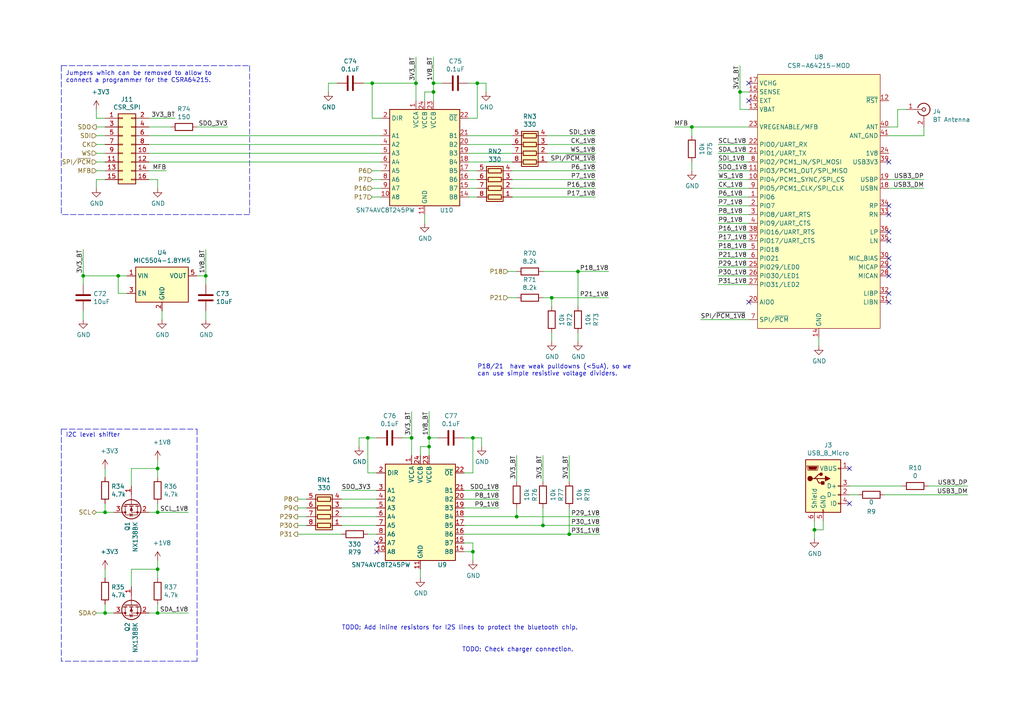
<source format=kicad_sch>
(kicad_sch (version 20201015) (generator eeschema)
  (page 1 7)
  (paper "A4")
  (lib_symbols
    (symbol "Connector:Conn_Coaxial" (pin_names (offset 1.016) hide)
      (property "Reference" "J" (at 0.254 3.048 0))
      (property "Value" "Conn_Coaxial" (at 2.921 0 90))
      (symbol "Conn_Coaxial_0_1"
        (arc (start -1.778 0.508) (end 1.778 0) (radius (at -0.0508 0) (length 1.8034) (angles 163.6 0)) (stroke (width 0.254)))
        (arc (start 1.778 0) (end -1.778 -0.508) (radius (at -0.0254 0) (length 1.8034) (angles 0 -163.8)) (stroke (width 0.254)))
        (circle (center 0 0) (radius 0.508) (stroke (width 0.2032)))
        (polyline (pts (xy -2.54 0) (xy -0.508 0)))
        (polyline (pts (xy 0 -2.54) (xy 0 -1.778)))
      )
      (symbol "Conn_Coaxial_1_1"
        (pin passive line (at -5.08 0 0) (length 2.54) (name "In") (number "1"))
        (pin passive line (at 0 -5.08 90) (length 2.54) (name "Ext") (number "2"))
      )
    )
    (symbol "Connector:USB_B_Micro" (pin_names (offset 1.016))
      (property "Reference" "J" (at -5.08 11.43 0))
      (property "Value" "USB_B_Micro" (at -5.08 8.89 0))
      (symbol "USB_B_Micro_0_1"
        (circle (center -3.81 2.159) (radius 0.635) (stroke (width 0.254)) (fill (type outline)))
        (circle (center -0.635 3.429) (radius 0.381) (stroke (width 0.254)) (fill (type outline)))
        (rectangle (start -5.08 -7.62) (end 5.08 7.62) (stroke (width 0.254)) (fill (type background)))
        (rectangle (start -0.127 -7.62) (end 0.127 -6.858))
        (rectangle (start 0.254 1.27) (end -0.508 0.508) (stroke (width 0.254)) (fill (type outline)))
        (rectangle (start 5.08 -5.207) (end 4.318 -4.953))
        (rectangle (start 5.08 -2.667) (end 4.318 -2.413))
        (rectangle (start 5.08 -0.127) (end 4.318 0.127))
        (rectangle (start 5.08 4.953) (end 4.318 5.207))
        (polyline (pts (xy -1.905 2.159) (xy 0.635 2.159)) (stroke (width 0.254)))
        (polyline (pts (xy -3.175 2.159) (xy -2.54 2.159) (xy -1.27 3.429) (xy -0.635 3.429)) (stroke (width 0.254)))
        (polyline (pts (xy -2.54 2.159) (xy -1.905 2.159) (xy -1.27 0.889) (xy 0 0.889)) (stroke (width 0.254)))
        (polyline (pts (xy 0.635 2.794) (xy 0.635 1.524) (xy 1.905 2.159) (xy 0.635 2.794)) (stroke (width 0.254)) (fill (type outline)))
        (polyline (pts (xy -4.318 5.588) (xy -1.778 5.588) (xy -2.032 4.826) (xy -4.064 4.826) (xy -4.318 5.588)) (fill (type outline)))
        (polyline (pts (xy -4.699 5.842) (xy -4.699 5.588) (xy -4.445 4.826) (xy -4.445 4.572) (xy -1.651 4.572) (xy -1.651 4.826) (xy -1.397 5.588) (xy -1.397 5.842) (xy -4.699 5.842)))
      )
      (symbol "USB_B_Micro_1_1"
        (pin power_out line (at 7.62 5.08 180) (length 2.54) (name "VBUS") (number "1"))
        (pin bidirectional line (at 7.62 -2.54 180) (length 2.54) (name "D-") (number "2"))
        (pin bidirectional line (at 7.62 0 180) (length 2.54) (name "D+") (number "3"))
        (pin passive line (at 7.62 -5.08 180) (length 2.54) (name "ID") (number "4"))
        (pin power_out line (at 0 -10.16 90) (length 2.54) (name "GND") (number "5"))
        (pin passive line (at -2.54 -10.16 90) (length 2.54) (name "Shield") (number "6"))
      )
    )
    (symbol "Connector_Generic:Conn_02x08_Odd_Even" (pin_names (offset 1.016) hide)
      (property "Reference" "J" (at 1.27 10.16 0))
      (property "Value" "Conn_02x08_Odd_Even" (at 1.27 -12.7 0))
      (symbol "Conn_02x08_Odd_Even_1_1"
        (rectangle (start -1.27 -4.953) (end 0 -5.207) (stroke (width 0.1524)))
        (rectangle (start -1.27 -7.493) (end 0 -7.747) (stroke (width 0.1524)))
        (rectangle (start -1.27 -10.033) (end 0 -10.287) (stroke (width 0.1524)))
        (rectangle (start -1.27 -2.413) (end 0 -2.667) (stroke (width 0.1524)))
        (rectangle (start -1.27 2.667) (end 0 2.413) (stroke (width 0.1524)))
        (rectangle (start -1.27 5.207) (end 0 4.953) (stroke (width 0.1524)))
        (rectangle (start -1.27 7.747) (end 0 7.493) (stroke (width 0.1524)))
        (rectangle (start -1.27 8.89) (end 3.81 -11.43) (stroke (width 0.254)) (fill (type background)))
        (rectangle (start -1.27 0.127) (end 0 -0.127) (stroke (width 0.1524)))
        (rectangle (start 3.81 -4.953) (end 2.54 -5.207) (stroke (width 0.1524)))
        (rectangle (start 3.81 -7.493) (end 2.54 -7.747) (stroke (width 0.1524)))
        (rectangle (start 3.81 -10.033) (end 2.54 -10.287) (stroke (width 0.1524)))
        (rectangle (start 3.81 -2.413) (end 2.54 -2.667) (stroke (width 0.1524)))
        (rectangle (start 3.81 2.667) (end 2.54 2.413) (stroke (width 0.1524)))
        (rectangle (start 3.81 5.207) (end 2.54 4.953) (stroke (width 0.1524)))
        (rectangle (start 3.81 7.747) (end 2.54 7.493) (stroke (width 0.1524)))
        (rectangle (start 3.81 0.127) (end 2.54 -0.127) (stroke (width 0.1524)))
        (pin passive line (at -5.08 7.62 0) (length 3.81) (name "Pin_1") (number "1"))
        (pin passive line (at 7.62 -2.54 180) (length 3.81) (name "Pin_10") (number "10"))
        (pin passive line (at -5.08 -5.08 0) (length 3.81) (name "Pin_11") (number "11"))
        (pin passive line (at 7.62 -5.08 180) (length 3.81) (name "Pin_12") (number "12"))
        (pin passive line (at -5.08 -7.62 0) (length 3.81) (name "Pin_13") (number "13"))
        (pin passive line (at 7.62 -7.62 180) (length 3.81) (name "Pin_14") (number "14"))
        (pin passive line (at -5.08 -10.16 0) (length 3.81) (name "Pin_15") (number "15"))
        (pin passive line (at 7.62 -10.16 180) (length 3.81) (name "Pin_16") (number "16"))
        (pin passive line (at 7.62 7.62 180) (length 3.81) (name "Pin_2") (number "2"))
        (pin passive line (at -5.08 5.08 0) (length 3.81) (name "Pin_3") (number "3"))
        (pin passive line (at 7.62 5.08 180) (length 3.81) (name "Pin_4") (number "4"))
        (pin passive line (at -5.08 2.54 0) (length 3.81) (name "Pin_5") (number "5"))
        (pin passive line (at 7.62 2.54 180) (length 3.81) (name "Pin_6") (number "6"))
        (pin passive line (at -5.08 0 0) (length 3.81) (name "Pin_7") (number "7"))
        (pin passive line (at 7.62 0 180) (length 3.81) (name "Pin_8") (number "8"))
        (pin passive line (at -5.08 -2.54 0) (length 3.81) (name "Pin_9") (number "9"))
      )
    )
    (symbol "Device:C" (pin_numbers hide) (pin_names (offset 0.254))
      (property "Reference" "C" (at 0.635 2.54 0))
      (property "Value" "C" (at 0.635 -2.54 0))
      (symbol "C_0_1"
        (polyline (pts (xy -2.032 -0.762) (xy 2.032 -0.762)) (stroke (width 0.508)))
        (polyline (pts (xy -2.032 0.762) (xy 2.032 0.762)) (stroke (width 0.508)))
      )
      (symbol "C_1_1"
        (pin passive line (at 0 3.81 270) (length 2.794) (name "~") (number "1"))
        (pin passive line (at 0 -3.81 90) (length 2.794) (name "~") (number "2"))
      )
    )
    (symbol "Device:R" (pin_numbers hide) (pin_names (offset 0))
      (property "Reference" "R" (at 2.032 0 90))
      (property "Value" "R" (at 0 0 90))
      (symbol "R_0_1"
        (rectangle (start -1.016 -2.54) (end 1.016 2.54) (stroke (width 0.254)))
      )
      (symbol "R_1_1"
        (pin passive line (at 0 3.81 270) (length 1.27) (name "~") (number "1"))
        (pin passive line (at 0 -3.81 90) (length 1.27) (name "~") (number "2"))
      )
    )
    (symbol "Device:R_Pack04" (pin_names (offset 0) hide)
      (property "Reference" "RN" (at -7.62 0 90))
      (property "Value" "R_Pack04" (at 5.08 0 90))
      (symbol "R_Pack04_0_1"
        (rectangle (start -6.35 -2.413) (end 3.81 2.413) (stroke (width 0.254)) (fill (type background)))
        (rectangle (start -5.715 1.905) (end -4.445 -1.905) (stroke (width 0.254)))
        (rectangle (start -3.175 1.905) (end -1.905 -1.905) (stroke (width 0.254)))
        (rectangle (start -0.635 1.905) (end 0.635 -1.905) (stroke (width 0.254)))
        (rectangle (start 1.905 1.905) (end 3.175 -1.905) (stroke (width 0.254)))
        (polyline (pts (xy -5.08 -2.54) (xy -5.08 -1.905)))
        (polyline (pts (xy -5.08 1.905) (xy -5.08 2.54)))
        (polyline (pts (xy -2.54 -2.54) (xy -2.54 -1.905)))
        (polyline (pts (xy -2.54 1.905) (xy -2.54 2.54)))
        (polyline (pts (xy 0 -2.54) (xy 0 -1.905)))
        (polyline (pts (xy 0 1.905) (xy 0 2.54)))
        (polyline (pts (xy 2.54 -2.54) (xy 2.54 -1.905)))
        (polyline (pts (xy 2.54 1.905) (xy 2.54 2.54)))
      )
      (symbol "R_Pack04_1_1"
        (pin passive line (at -5.08 -5.08 90) (length 2.54) (name "R1.1") (number "1"))
        (pin passive line (at -2.54 -5.08 90) (length 2.54) (name "R2.1") (number "2"))
        (pin passive line (at 0 -5.08 90) (length 2.54) (name "R3.1") (number "3"))
        (pin passive line (at 2.54 -5.08 90) (length 2.54) (name "R4.1") (number "4"))
        (pin passive line (at 2.54 5.08 270) (length 2.54) (name "R4.2") (number "5"))
        (pin passive line (at 0 5.08 270) (length 2.54) (name "R3.2") (number "6"))
        (pin passive line (at -2.54 5.08 270) (length 2.54) (name "R2.2") (number "7"))
        (pin passive line (at -5.08 5.08 270) (length 2.54) (name "R1.2") (number "8"))
      )
    )
    (symbol "HackAmp-Symbols:CSR-A64215-MOD"
      (property "Reference" "U" (at -15.24 39.37 0))
      (property "Value" "CSR-A64215-MOD" (at 8.89 39.37 0))
      (symbol "CSR-A64215-MOD_0_1"
        (rectangle (start -17.78 38.1) (end 17.78 -35.56) (fill (type background)))
      )
      (symbol "CSR-A64215-MOD_1_1"
        (pin bidirectional line (at -20.32 2.54 0) (length 2.54) (name "PIO6") (number "1"))
        (pin bidirectional line (at -20.32 0 0) (length 2.54) (name "PIO7") (number "2"))
        (pin bidirectional line (at -20.32 -2.54 0) (length 2.54) (name "PIO8/UART_RTS") (number "3"))
        (pin bidirectional line (at -20.32 -5.08 0) (length 2.54) (name "PIO9/UART_CTS") (number "4"))
        (pin bidirectional line (at -20.32 -12.7 0) (length 2.54) (name "PIO18") (number "5"))
        (pin bidirectional line (at -20.32 -15.24 0) (length 2.54) (name "PIO21") (number "6"))
        (pin input line (at -20.32 -33.02 0) (length 2.54) (name "SPI/~PCM") (number "7"))
        (pin bidirectional line (at -20.32 12.7 0) (length 2.54) (name "PIO2/PCM1_IN/SPI_MOSI") (number "8"))
        (pin bidirectional line (at -20.32 5.08 0) (length 2.54) (name "PIO5/PCM1_CLK/SPI_CLK") (number "9"))
        (pin bidirectional line (at -20.32 7.62 0) (length 2.54) (name "PIO4/PCM1_SYNC/SPI_CS") (number "10"))
        (pin bidirectional line (at -20.32 10.16 0) (length 2.54) (name "PIO3/PCM1_OUT/SPI_MISO") (number "11"))
        (pin input line (at 20.32 30.48 180) (length 2.54) (name "~RST") (number "12"))
        (pin power_in line (at -20.32 27.94 0) (length 2.54) (name "VBAT") (number "13"))
        (pin power_in line (at 0 -38.1 90) (length 2.54) (name "GND") (number "14"))
        (pin bidirectional line (at 20.32 5.08 180) (length 2.54) (name "USBN") (number "18"))
        (pin bidirectional line (at -20.32 22.86 0) (length 2.54) (name "VREGENABLE/MFB") (number "23"))
        (pin power_out line (at 20.32 15.24 180) (length 2.54) (name "1V8") (number "24"))
        (pin output line (at -20.32 -17.78 0) (length 2.54) (name "PIO29/LED0") (number "25"))
        (pin output line (at -20.32 -20.32 0) (length 2.54) (name "PIO30/LED1") (number "26"))
        (pin output line (at -20.32 -22.86 0) (length 2.54) (name "PIO31/LED2") (number "27"))
        (pin bidirectional line (at 20.32 -20.32 180) (length 2.54) (name "MICAN") (number "28"))
        (pin bidirectional line (at 20.32 -17.78 180) (length 2.54) (name "MICAP") (number "29"))
        (pin bidirectional line (at 20.32 -15.24 180) (length 2.54) (name "MIC_BIAS") (number "30"))
        (pin bidirectional line (at 20.32 -27.94 180) (length 2.54) (name "LIBN") (number "31"))
        (pin bidirectional line (at 20.32 -25.4 180) (length 2.54) (name "LIBP") (number "32"))
        (pin bidirectional line (at 20.32 -2.54 180) (length 2.54) (name "RN") (number "33"))
        (pin bidirectional line (at 20.32 0 180) (length 2.54) (name "RP") (number "34"))
        (pin bidirectional line (at 20.32 -10.16 180) (length 2.54) (name "LN") (number "35"))
        (pin bidirectional line (at 20.32 -7.62 180) (length 2.54) (name "LP") (number "36"))
        (pin bidirectional line (at -20.32 -10.16 0) (length 2.54) (name "PIO17/UART_CTS") (number "37"))
        (pin bidirectional line (at -20.32 -7.62 0) (length 2.54) (name "PIO16/UART_RTS") (number "38"))
        (pin power_out line (at 20.32 12.7 180) (length 2.54) (name "USB3V3") (number "39"))
        (pin passive line (at 20.32 22.86 180) (length 2.54) (name "ANT") (number "40"))
        (pin passive line (at 20.32 20.32 180) (length 2.54) (name "ANT_GND") (number "41"))
        (pin power_in line (at -20.32 35.56 0) (length 2.54) (name "VCHG") (number "17"))
        (pin output line (at -20.32 30.48 0) (length 2.54) (name "EXT") (number "16"))
        (pin input line (at -20.32 33.02 0) (length 2.54) (name "SENSE") (number "15"))
        (pin bidirectional line (at 20.32 7.62 180) (length 2.54) (name "USBP") (number "19"))
        (pin power_in line (at -20.32 -27.94 0) (length 2.54) (name "AIO0") (number "20"))
        (pin bidirectional line (at -20.32 15.24 0) (length 2.54) (name "PIO1/UART_TX") (number "21"))
        (pin bidirectional line (at -20.32 17.78 0) (length 2.54) (name "PIO0/UART_RX") (number "22"))
      )
    )
    (symbol "Logic_LevelTranslator:SN74AVC8T245PW"
      (property "Reference" "U" (at -8.89 13.97 0))
      (property "Value" "SN74AVC8T245PW" (at 12.7 13.97 0))
      (symbol "SN74AVC8T245PW_0_1"
        (rectangle (start -10.16 12.7) (end 10.16 -15.24) (stroke (width 0.254)) (fill (type background)))
      )
      (symbol "SN74AVC8T245PW_1_1"
        (pin power_in line (at -2.54 15.24 270) (length 2.54) (name "VCCA") (number "1"))
        (pin bidirectional line (at -12.7 -12.7 0) (length 2.54) (name "A8") (number "10"))
        (pin power_in line (at 0 -17.78 90) (length 2.54) (name "GND") (number "11"))
        (pin passive line (at 0 -17.78 90) (length 2.54) hide (name "GND") (number "12"))
        (pin passive line (at 0 -17.78 90) (length 2.54) hide (name "GND") (number "13"))
        (pin bidirectional line (at 12.7 -12.7 180) (length 2.54) (name "B8") (number "14"))
        (pin bidirectional line (at 12.7 -10.16 180) (length 2.54) (name "B7") (number "15"))
        (pin bidirectional line (at 12.7 -7.62 180) (length 2.54) (name "B6") (number "16"))
        (pin bidirectional line (at 12.7 -5.08 180) (length 2.54) (name "B5") (number "17"))
        (pin bidirectional line (at 12.7 -2.54 180) (length 2.54) (name "B4") (number "18"))
        (pin bidirectional line (at 12.7 0 180) (length 2.54) (name "B3") (number "19"))
        (pin input line (at -12.7 10.16 0) (length 2.54) (name "DIR") (number "2"))
        (pin bidirectional line (at 12.7 2.54 180) (length 2.54) (name "B2") (number "20"))
        (pin bidirectional line (at 12.7 5.08 180) (length 2.54) (name "B1") (number "21"))
        (pin input line (at 12.7 10.16 180) (length 2.54) (name "~OE") (number "22"))
        (pin power_in line (at 2.54 15.24 270) (length 2.54) (name "VCCB") (number "23"))
        (pin power_in line (at 0 15.24 270) (length 2.54) (name "VCCB") (number "24"))
        (pin bidirectional line (at -12.7 5.08 0) (length 2.54) (name "A1") (number "3"))
        (pin bidirectional line (at -12.7 2.54 0) (length 2.54) (name "A2") (number "4"))
        (pin bidirectional line (at -12.7 0 0) (length 2.54) (name "A3") (number "5"))
        (pin bidirectional line (at -12.7 -2.54 0) (length 2.54) (name "A4") (number "6"))
        (pin bidirectional line (at -12.7 -5.08 0) (length 2.54) (name "A5") (number "7"))
        (pin bidirectional line (at -12.7 -7.62 0) (length 2.54) (name "A6") (number "8"))
        (pin bidirectional line (at -12.7 -10.16 0) (length 2.54) (name "A7") (number "9"))
      )
    )
    (symbol "Regulator_Linear:MIC5504-1.8YM5"
      (property "Reference" "U" (at -7.62 8.89 0))
      (property "Value" "MIC5504-1.8YM5" (at -7.62 6.35 0))
      (symbol "MIC5504-1.8YM5_0_1"
        (rectangle (start -7.62 -5.08) (end 7.62 5.08) (stroke (width 0.254)) (fill (type background)))
      )
      (symbol "MIC5504-1.8YM5_1_1"
        (pin power_in line (at -10.16 2.54 0) (length 2.54) (name "VIN") (number "1"))
        (pin power_in line (at 0 -7.62 90) (length 2.54) (name "GND") (number "2"))
        (pin input line (at -10.16 -2.54 0) (length 2.54) (name "EN") (number "3"))
        (pin unconnected line (at 7.62 -2.54 180) (length 2.54) hide (name "NC") (number "4"))
        (pin power_out line (at 10.16 2.54 180) (length 2.54) (name "VOUT") (number "5"))
      )
    )
    (symbol "Transistor_FET:BSS138" (pin_names hide)
      (property "Reference" "Q" (at 5.08 1.905 0))
      (property "Value" "BSS138" (at 5.08 0 0))
      (symbol "BSS138_0_1"
        (circle (center 1.651 0) (radius 2.794) (stroke (width 0.254)))
        (circle (center 2.54 -1.778) (radius 0.254) (fill (type outline)))
        (circle (center 2.54 1.778) (radius 0.254) (fill (type outline)))
        (polyline (pts (xy 0.254 0) (xy -2.54 0)))
        (polyline (pts (xy 0.254 1.905) (xy 0.254 -1.905)) (stroke (width 0.254)))
        (polyline (pts (xy 0.762 -1.27) (xy 0.762 -2.286)) (stroke (width 0.254)))
        (polyline (pts (xy 0.762 0.508) (xy 0.762 -0.508)) (stroke (width 0.254)))
        (polyline (pts (xy 0.762 2.286) (xy 0.762 1.27)) (stroke (width 0.254)))
        (polyline (pts (xy 2.54 2.54) (xy 2.54 1.778)))
        (polyline (pts (xy 2.54 -2.54) (xy 2.54 0) (xy 0.762 0)))
        (polyline (pts (xy 0.762 -1.778) (xy 3.302 -1.778) (xy 3.302 1.778) (xy 0.762 1.778)))
        (polyline (pts (xy 1.016 0) (xy 2.032 0.381) (xy 2.032 -0.381) (xy 1.016 0)) (fill (type outline)))
        (polyline (pts (xy 2.794 0.508) (xy 2.921 0.381) (xy 3.683 0.381) (xy 3.81 0.254)))
        (polyline (pts (xy 3.302 0.381) (xy 2.921 -0.254) (xy 3.683 -0.254) (xy 3.302 0.381)))
      )
      (symbol "BSS138_1_1"
        (pin input line (at -5.08 0 0) (length 2.54) (name "G") (number "1"))
        (pin passive line (at 2.54 -5.08 90) (length 2.54) (name "S") (number "2"))
        (pin passive line (at 2.54 5.08 270) (length 2.54) (name "D") (number "3"))
      )
    )
    (symbol "power:+1V8" (power) (pin_names (offset 0))
      (property "Value" "+1V8" (at 0 3.556 0))
      (symbol "+1V8_0_1"
        (polyline (pts (xy -0.762 1.27) (xy 0 2.54)))
        (polyline (pts (xy 0 0) (xy 0 2.54)))
        (polyline (pts (xy 0 2.54) (xy 0.762 1.27)))
      )
      (symbol "+1V8_1_1"
        (pin power_in line (at 0 0 90) (length 0) hide (name "+1V8") (number "1"))
      )
    )
    (symbol "power:+3V3" (power) (pin_names (offset 0))
      (property "Value" "+3V3" (at 0 3.556 0))
      (symbol "+3V3_0_1"
        (polyline (pts (xy -0.762 1.27) (xy 0 2.54)))
        (polyline (pts (xy 0 0) (xy 0 2.54)))
        (polyline (pts (xy 0 2.54) (xy 0.762 1.27)))
      )
      (symbol "+3V3_1_1"
        (pin power_in line (at 0 0 90) (length 0) hide (name "+3V3") (number "1"))
      )
    )
    (symbol "power:GND" (power) (pin_names (offset 0))
      (property "Value" "GND" (at 0 -3.81 0))
      (symbol "GND_0_1"
        (polyline (pts (xy 0 0) (xy 0 -1.27) (xy 1.27 -1.27) (xy 0 -2.54) (xy -1.27 -1.27) (xy 0 -1.27)))
      )
      (symbol "GND_1_1"
        (pin power_in line (at 0 0 270) (length 0) hide (name "GND") (number "1"))
      )
    )
  )
  (junction (at 24.13 80.01) (diameter 0.9144))
  (junction (at 30.48 148.59) (diameter 0.9144))
  (junction (at 30.48 177.8) (diameter 0.9144))
  (junction (at 34.29 80.01) (diameter 0.9144))
  (junction (at 45.72 135.89) (diameter 0.9144))
  (junction (at 45.72 148.59) (diameter 0.9144))
  (junction (at 45.72 165.1) (diameter 0.9144))
  (junction (at 45.72 177.8) (diameter 0.9144))
  (junction (at 59.69 80.01) (diameter 0.9144))
  (junction (at 106.68 127) (diameter 0.9144))
  (junction (at 107.95 24.13) (diameter 0.9144))
  (junction (at 119.38 127) (diameter 0.9144))
  (junction (at 120.65 24.13) (diameter 0.9144))
  (junction (at 124.46 127) (diameter 0.9144))
  (junction (at 124.46 129.54) (diameter 0.9144))
  (junction (at 125.73 24.13) (diameter 0.9144))
  (junction (at 125.73 26.67) (diameter 0.9144))
  (junction (at 137.16 127) (diameter 0.9144))
  (junction (at 137.16 160.02) (diameter 0.9144))
  (junction (at 138.43 24.13) (diameter 0.9144))
  (junction (at 149.86 149.86) (diameter 0.9144))
  (junction (at 157.48 152.4) (diameter 0.9144))
  (junction (at 160.02 86.36) (diameter 0.9144))
  (junction (at 165.1 154.94) (diameter 0.9144))
  (junction (at 167.64 78.74) (diameter 0.9144))
  (junction (at 200.66 36.83) (diameter 0.9144))
  (junction (at 214.63 26.67) (diameter 0.9144))
  (junction (at 236.22 153.67) (diameter 0.9144))
  (no_connect (at 257.81 74.93))
  (no_connect (at 257.81 69.85))
  (no_connect (at 257.81 62.23))
  (no_connect (at 217.17 24.13))
  (no_connect (at 257.81 80.01))
  (no_connect (at 257.81 87.63))
  (no_connect (at 217.17 29.21))
  (no_connect (at 109.22 157.48))
  (no_connect (at 109.22 160.02))
  (no_connect (at 257.81 67.31))
  (no_connect (at 257.81 85.09))
  (no_connect (at 257.81 77.47))
  (no_connect (at 246.38 146.05))
  (no_connect (at 217.17 87.63))
  (no_connect (at 257.81 59.69))
  (no_connect (at 257.81 46.99))
  (no_connect (at 246.38 135.89))
  (wire (pts (xy 24.13 72.39) (xy 24.13 80.01)))
  (wire (pts (xy 24.13 80.01) (xy 24.13 82.55)))
  (wire (pts (xy 24.13 90.17) (xy 24.13 92.71)))
  (wire (pts (xy 27.94 34.29) (xy 27.94 31.75)))
  (wire (pts (xy 27.94 36.83) (xy 30.48 36.83)))
  (wire (pts (xy 27.94 39.37) (xy 30.48 39.37)))
  (wire (pts (xy 27.94 41.91) (xy 30.48 41.91)))
  (wire (pts (xy 27.94 44.45) (xy 30.48 44.45)))
  (wire (pts (xy 27.94 46.99) (xy 30.48 46.99)))
  (wire (pts (xy 27.94 49.53) (xy 30.48 49.53)))
  (wire (pts (xy 27.94 52.07) (xy 27.94 54.61)))
  (wire (pts (xy 27.94 148.59) (xy 30.48 148.59)))
  (wire (pts (xy 27.94 177.8) (xy 30.48 177.8)))
  (wire (pts (xy 30.48 34.29) (xy 27.94 34.29)))
  (wire (pts (xy 30.48 52.07) (xy 27.94 52.07)))
  (wire (pts (xy 30.48 135.89) (xy 30.48 138.43)))
  (wire (pts (xy 30.48 146.05) (xy 30.48 148.59)))
  (wire (pts (xy 30.48 148.59) (xy 33.02 148.59)))
  (wire (pts (xy 30.48 165.1) (xy 30.48 167.64)))
  (wire (pts (xy 30.48 175.26) (xy 30.48 177.8)))
  (wire (pts (xy 30.48 177.8) (xy 33.02 177.8)))
  (wire (pts (xy 34.29 80.01) (xy 24.13 80.01)))
  (wire (pts (xy 34.29 80.01) (xy 36.83 80.01)))
  (wire (pts (xy 34.29 85.09) (xy 34.29 80.01)))
  (wire (pts (xy 36.83 85.09) (xy 34.29 85.09)))
  (wire (pts (xy 38.1 135.89) (xy 38.1 140.97)))
  (wire (pts (xy 38.1 165.1) (xy 38.1 170.18)))
  (wire (pts (xy 43.18 34.29) (xy 50.8 34.29)))
  (wire (pts (xy 43.18 36.83) (xy 49.53 36.83)))
  (wire (pts (xy 43.18 39.37) (xy 110.49 39.37)))
  (wire (pts (xy 43.18 41.91) (xy 110.49 41.91)))
  (wire (pts (xy 43.18 44.45) (xy 110.49 44.45)))
  (wire (pts (xy 43.18 46.99) (xy 110.49 46.99)))
  (wire (pts (xy 43.18 49.53) (xy 48.26 49.53)))
  (wire (pts (xy 43.18 52.07) (xy 45.72 52.07)))
  (wire (pts (xy 45.72 52.07) (xy 45.72 54.61)))
  (wire (pts (xy 45.72 133.35) (xy 45.72 135.89)))
  (wire (pts (xy 45.72 135.89) (xy 38.1 135.89)))
  (wire (pts (xy 45.72 135.89) (xy 45.72 138.43)))
  (wire (pts (xy 45.72 146.05) (xy 45.72 148.59)))
  (wire (pts (xy 45.72 148.59) (xy 43.18 148.59)))
  (wire (pts (xy 45.72 148.59) (xy 54.61 148.59)))
  (wire (pts (xy 45.72 162.56) (xy 45.72 165.1)))
  (wire (pts (xy 45.72 165.1) (xy 38.1 165.1)))
  (wire (pts (xy 45.72 165.1) (xy 45.72 167.64)))
  (wire (pts (xy 45.72 175.26) (xy 45.72 177.8)))
  (wire (pts (xy 45.72 177.8) (xy 43.18 177.8)))
  (wire (pts (xy 45.72 177.8) (xy 54.61 177.8)))
  (wire (pts (xy 46.99 90.17) (xy 46.99 92.71)))
  (wire (pts (xy 57.15 36.83) (xy 66.04 36.83)))
  (wire (pts (xy 57.15 80.01) (xy 59.69 80.01)))
  (wire (pts (xy 59.69 72.39) (xy 59.69 80.01)))
  (wire (pts (xy 59.69 80.01) (xy 59.69 82.55)))
  (wire (pts (xy 59.69 90.17) (xy 59.69 92.71)))
  (wire (pts (xy 86.36 144.78) (xy 88.9 144.78)))
  (wire (pts (xy 86.36 147.32) (xy 88.9 147.32)))
  (wire (pts (xy 86.36 149.86) (xy 88.9 149.86)))
  (wire (pts (xy 86.36 152.4) (xy 88.9 152.4)))
  (wire (pts (xy 86.36 154.94) (xy 99.06 154.94)))
  (wire (pts (xy 95.25 24.13) (xy 95.25 26.67)))
  (wire (pts (xy 97.79 24.13) (xy 95.25 24.13)))
  (wire (pts (xy 99.06 142.24) (xy 109.22 142.24)))
  (wire (pts (xy 99.06 144.78) (xy 109.22 144.78)))
  (wire (pts (xy 99.06 147.32) (xy 109.22 147.32)))
  (wire (pts (xy 99.06 149.86) (xy 109.22 149.86)))
  (wire (pts (xy 99.06 152.4) (xy 109.22 152.4)))
  (wire (pts (xy 104.14 127) (xy 104.14 129.54)))
  (wire (pts (xy 105.41 24.13) (xy 107.95 24.13)))
  (wire (pts (xy 106.68 127) (xy 104.14 127)))
  (wire (pts (xy 106.68 137.16) (xy 106.68 127)))
  (wire (pts (xy 106.68 154.94) (xy 109.22 154.94)))
  (wire (pts (xy 107.95 24.13) (xy 120.65 24.13)))
  (wire (pts (xy 107.95 34.29) (xy 107.95 24.13)))
  (wire (pts (xy 107.95 49.53) (xy 110.49 49.53)))
  (wire (pts (xy 107.95 52.07) (xy 110.49 52.07)))
  (wire (pts (xy 107.95 54.61) (xy 110.49 54.61)))
  (wire (pts (xy 107.95 57.15) (xy 110.49 57.15)))
  (wire (pts (xy 109.22 127) (xy 106.68 127)))
  (wire (pts (xy 109.22 137.16) (xy 106.68 137.16)))
  (wire (pts (xy 110.49 34.29) (xy 107.95 34.29)))
  (wire (pts (xy 116.84 127) (xy 119.38 127)))
  (wire (pts (xy 119.38 119.38) (xy 119.38 127)))
  (wire (pts (xy 119.38 127) (xy 119.38 132.08)))
  (wire (pts (xy 120.65 16.51) (xy 120.65 24.13)))
  (wire (pts (xy 120.65 24.13) (xy 120.65 29.21)))
  (wire (pts (xy 121.92 129.54) (xy 124.46 129.54)))
  (wire (pts (xy 121.92 132.08) (xy 121.92 129.54)))
  (wire (pts (xy 121.92 165.1) (xy 121.92 167.64)))
  (wire (pts (xy 123.19 26.67) (xy 125.73 26.67)))
  (wire (pts (xy 123.19 29.21) (xy 123.19 26.67)))
  (wire (pts (xy 123.19 62.23) (xy 123.19 64.77)))
  (wire (pts (xy 124.46 119.38) (xy 124.46 127)))
  (wire (pts (xy 124.46 127) (xy 124.46 129.54)))
  (wire (pts (xy 124.46 127) (xy 127 127)))
  (wire (pts (xy 124.46 129.54) (xy 124.46 132.08)))
  (wire (pts (xy 125.73 16.51) (xy 125.73 24.13)))
  (wire (pts (xy 125.73 24.13) (xy 125.73 26.67)))
  (wire (pts (xy 125.73 24.13) (xy 128.27 24.13)))
  (wire (pts (xy 125.73 26.67) (xy 125.73 29.21)))
  (wire (pts (xy 134.62 127) (xy 137.16 127)))
  (wire (pts (xy 134.62 137.16) (xy 137.16 137.16)))
  (wire (pts (xy 134.62 142.24) (xy 144.78 142.24)))
  (wire (pts (xy 134.62 144.78) (xy 144.78 144.78)))
  (wire (pts (xy 134.62 147.32) (xy 144.78 147.32)))
  (wire (pts (xy 134.62 149.86) (xy 149.86 149.86)))
  (wire (pts (xy 134.62 152.4) (xy 157.48 152.4)))
  (wire (pts (xy 134.62 154.94) (xy 165.1 154.94)))
  (wire (pts (xy 134.62 157.48) (xy 137.16 157.48)))
  (wire (pts (xy 134.62 160.02) (xy 137.16 160.02)))
  (wire (pts (xy 135.89 24.13) (xy 138.43 24.13)))
  (wire (pts (xy 135.89 34.29) (xy 138.43 34.29)))
  (wire (pts (xy 135.89 39.37) (xy 148.59 39.37)))
  (wire (pts (xy 135.89 41.91) (xy 148.59 41.91)))
  (wire (pts (xy 135.89 44.45) (xy 148.59 44.45)))
  (wire (pts (xy 135.89 46.99) (xy 148.59 46.99)))
  (wire (pts (xy 135.89 49.53) (xy 138.43 49.53)))
  (wire (pts (xy 135.89 52.07) (xy 138.43 52.07)))
  (wire (pts (xy 135.89 54.61) (xy 138.43 54.61)))
  (wire (pts (xy 135.89 57.15) (xy 138.43 57.15)))
  (wire (pts (xy 137.16 127) (xy 139.7 127)))
  (wire (pts (xy 137.16 137.16) (xy 137.16 127)))
  (wire (pts (xy 137.16 157.48) (xy 137.16 160.02)))
  (wire (pts (xy 137.16 160.02) (xy 137.16 162.56)))
  (wire (pts (xy 138.43 24.13) (xy 140.97 24.13)))
  (wire (pts (xy 138.43 34.29) (xy 138.43 24.13)))
  (wire (pts (xy 139.7 127) (xy 139.7 129.54)))
  (wire (pts (xy 140.97 24.13) (xy 140.97 26.67)))
  (wire (pts (xy 147.32 78.74) (xy 149.86 78.74)))
  (wire (pts (xy 147.32 86.36) (xy 149.86 86.36)))
  (wire (pts (xy 148.59 49.53) (xy 172.72 49.53)))
  (wire (pts (xy 148.59 52.07) (xy 172.72 52.07)))
  (wire (pts (xy 148.59 54.61) (xy 172.72 54.61)))
  (wire (pts (xy 148.59 57.15) (xy 172.72 57.15)))
  (wire (pts (xy 149.86 132.08) (xy 149.86 139.7)))
  (wire (pts (xy 149.86 149.86) (xy 149.86 147.32)))
  (wire (pts (xy 149.86 149.86) (xy 173.99 149.86)))
  (wire (pts (xy 157.48 78.74) (xy 167.64 78.74)))
  (wire (pts (xy 157.48 86.36) (xy 160.02 86.36)))
  (wire (pts (xy 157.48 132.08) (xy 157.48 139.7)))
  (wire (pts (xy 157.48 152.4) (xy 157.48 147.32)))
  (wire (pts (xy 157.48 152.4) (xy 173.99 152.4)))
  (wire (pts (xy 158.75 39.37) (xy 172.72 39.37)))
  (wire (pts (xy 158.75 41.91) (xy 172.72 41.91)))
  (wire (pts (xy 158.75 44.45) (xy 172.72 44.45)))
  (wire (pts (xy 158.75 46.99) (xy 172.72 46.99)))
  (wire (pts (xy 160.02 86.36) (xy 160.02 88.9)))
  (wire (pts (xy 160.02 86.36) (xy 176.53 86.36)))
  (wire (pts (xy 160.02 96.52) (xy 160.02 99.06)))
  (wire (pts (xy 165.1 132.08) (xy 165.1 139.7)))
  (wire (pts (xy 165.1 154.94) (xy 165.1 147.32)))
  (wire (pts (xy 165.1 154.94) (xy 173.99 154.94)))
  (wire (pts (xy 167.64 78.74) (xy 167.64 88.9)))
  (wire (pts (xy 167.64 78.74) (xy 176.53 78.74)))
  (wire (pts (xy 167.64 96.52) (xy 167.64 99.06)))
  (wire (pts (xy 195.58 36.83) (xy 200.66 36.83)))
  (wire (pts (xy 200.66 36.83) (xy 200.66 39.37)))
  (wire (pts (xy 200.66 46.99) (xy 200.66 49.53)))
  (wire (pts (xy 203.2 92.71) (xy 217.17 92.71)))
  (wire (pts (xy 208.28 41.91) (xy 217.17 41.91)))
  (wire (pts (xy 208.28 44.45) (xy 217.17 44.45)))
  (wire (pts (xy 208.28 46.99) (xy 217.17 46.99)))
  (wire (pts (xy 208.28 49.53) (xy 217.17 49.53)))
  (wire (pts (xy 208.28 52.07) (xy 217.17 52.07)))
  (wire (pts (xy 208.28 54.61) (xy 217.17 54.61)))
  (wire (pts (xy 208.28 57.15) (xy 217.17 57.15)))
  (wire (pts (xy 208.28 59.69) (xy 217.17 59.69)))
  (wire (pts (xy 208.28 62.23) (xy 217.17 62.23)))
  (wire (pts (xy 208.28 64.77) (xy 217.17 64.77)))
  (wire (pts (xy 208.28 67.31) (xy 217.17 67.31)))
  (wire (pts (xy 208.28 69.85) (xy 217.17 69.85)))
  (wire (pts (xy 208.28 72.39) (xy 217.17 72.39)))
  (wire (pts (xy 208.28 74.93) (xy 217.17 74.93)))
  (wire (pts (xy 208.28 77.47) (xy 217.17 77.47)))
  (wire (pts (xy 208.28 80.01) (xy 217.17 80.01)))
  (wire (pts (xy 208.28 82.55) (xy 217.17 82.55)))
  (wire (pts (xy 214.63 19.05) (xy 214.63 26.67)))
  (wire (pts (xy 214.63 26.67) (xy 214.63 31.75)))
  (wire (pts (xy 214.63 26.67) (xy 217.17 26.67)))
  (wire (pts (xy 214.63 31.75) (xy 217.17 31.75)))
  (wire (pts (xy 217.17 36.83) (xy 200.66 36.83)))
  (wire (pts (xy 236.22 151.13) (xy 236.22 153.67)))
  (wire (pts (xy 236.22 153.67) (xy 236.22 156.21)))
  (wire (pts (xy 237.49 97.79) (xy 237.49 100.33)))
  (wire (pts (xy 238.76 151.13) (xy 238.76 153.67)))
  (wire (pts (xy 238.76 153.67) (xy 236.22 153.67)))
  (wire (pts (xy 246.38 143.51) (xy 248.92 143.51)))
  (wire (pts (xy 256.54 143.51) (xy 280.67 143.51)))
  (wire (pts (xy 257.81 36.83) (xy 260.35 36.83)))
  (wire (pts (xy 257.81 52.07) (xy 267.97 52.07)))
  (wire (pts (xy 257.81 54.61) (xy 267.97 54.61)))
  (wire (pts (xy 260.35 31.75) (xy 262.89 31.75)))
  (wire (pts (xy 260.35 36.83) (xy 260.35 31.75)))
  (wire (pts (xy 261.62 140.97) (xy 246.38 140.97)))
  (wire (pts (xy 267.97 36.83) (xy 267.97 39.37)))
  (wire (pts (xy 267.97 39.37) (xy 257.81 39.37)))
  (wire (pts (xy 269.24 140.97) (xy 280.67 140.97)))
  (polyline (pts (xy 17.78 19.05) (xy 17.78 62.23)) (stroke (width 0) (type dash)))
  (polyline (pts (xy 17.78 19.05) (xy 72.39 19.05)) (stroke (width 0) (type dash)))
  (polyline (pts (xy 17.78 124.46) (xy 17.78 191.77)) (stroke (width 0) (type dash)))
  (polyline (pts (xy 17.78 124.46) (xy 57.15 124.46)) (stroke (width 0) (type dash)))
  (polyline (pts (xy 57.15 124.46) (xy 57.15 191.77)) (stroke (width 0) (type dash)))
  (polyline (pts (xy 57.15 191.77) (xy 17.78 191.77)) (stroke (width 0) (type dash)))
  (polyline (pts (xy 72.39 19.05) (xy 72.39 62.23)) (stroke (width 0) (type dash)))
  (polyline (pts (xy 72.39 62.23) (xy 17.78 62.23)) (stroke (width 0) (type dash)))
  (text "Jumpers which can be removed to allow to\nconnect a programmer for the CSRA64215." (at 19.05 24.13 0) (effects (font (size 1.27 1.27)) (justify left bottom)))
  (text "I2C level shifter" (at 19.05 127 0) (effects (font (size 1.27 1.27)) (justify left bottom)))
  (text "P18/21  have weak pulldowns (<5uA), so we\ncan use simple resistive voltage dividers." (at 138.43 109.22 0) (effects (font (size 1.27 1.27)) (justify left bottom)))
  (text "TODO: Check charger connection." (at 166.37 189.23 180) (effects (font (size 1.27 1.27)) (justify right bottom)))
  (text "TODO: Add inline resistors for I2S lines to protect the bluetooth chip." (at 167.64 182.88 0) (effects (font (size 1.27 1.27)) (justify right bottom)))
  (label "3V3_BT" (at 24.13 72.39 270))
  (label "MFB" (at 48.26 49.53 180))
  (label "3V3_BT" (at 50.8 34.29 180))
  (label "SCL_1V8" (at 54.61 148.59 180))
  (label "SDA_1V8" (at 54.61 177.8 180))
  (label "1V8_BT" (at 59.69 72.39 270))
  (label "SDO_3V3" (at 66.04 36.83 180))
  (label "SDO_3V3" (at 99.06 142.24 0))
  (label "3V3_BT" (at 119.38 119.38 270))
  (label "3V3_BT" (at 120.65 16.51 270))
  (label "1V8_BT" (at 124.46 119.38 270))
  (label "1V8_BT" (at 125.73 16.51 270))
  (label "SDO_1V8" (at 144.78 142.24 180))
  (label "P8_1V8" (at 144.78 144.78 180))
  (label "P9_1V8" (at 144.78 147.32 180))
  (label "3V3_BT" (at 149.86 132.08 270))
  (label "3V3_BT" (at 157.48 132.08 270))
  (label "3V3_BT" (at 165.1 132.08 270))
  (label "SDI_1V8" (at 172.72 39.37 180))
  (label "CK_1V8" (at 172.72 41.91 180))
  (label "WS_1V8" (at 172.72 44.45 180))
  (label "SPI{slash}~PCM_1V8" (at 172.72 46.99 180))
  (label "P6_1V8" (at 172.72 49.53 180))
  (label "P7_1V8" (at 172.72 52.07 180))
  (label "P16_1V8" (at 172.72 54.61 180))
  (label "P17_1V8" (at 172.72 57.15 180))
  (label "P29_1V8" (at 173.99 149.86 180))
  (label "P30_1V8" (at 173.99 152.4 180))
  (label "P31_1V8" (at 173.99 154.94 180))
  (label "P18_1V8" (at 176.53 78.74 180))
  (label "P21_1V8" (at 176.53 86.36 180))
  (label "MFB" (at 195.58 36.83 0))
  (label "SPI{slash}~PCM_1V8" (at 203.2 92.71 0))
  (label "SCL_1V8" (at 208.28 41.91 0))
  (label "SDA_1V8" (at 208.28 44.45 0))
  (label "SDI_1V8" (at 208.28 46.99 0))
  (label "SDO_1V8" (at 208.28 49.53 0))
  (label "WS_1V8" (at 208.28 52.07 0))
  (label "CK_1V8" (at 208.28 54.61 0))
  (label "P6_1V8" (at 208.28 57.15 0))
  (label "P7_1V8" (at 208.28 59.69 0))
  (label "P8_1V8" (at 208.28 62.23 0))
  (label "P9_1V8" (at 208.28 64.77 0))
  (label "P16_1V8" (at 208.28 67.31 0))
  (label "P17_1V8" (at 208.28 69.85 0))
  (label "P18_1V8" (at 208.28 72.39 0))
  (label "P21_1V8" (at 208.28 74.93 0))
  (label "P29_1V8" (at 208.28 77.47 0))
  (label "P30_1V8" (at 208.28 80.01 0))
  (label "P31_1V8" (at 208.28 82.55 0))
  (label "3V3_BT" (at 214.63 19.05 270))
  (label "USB3_DP" (at 267.97 52.07 180))
  (label "USB3_DM" (at 267.97 54.61 180))
  (label "USB3_DP" (at 280.67 140.97 180))
  (label "USB3_DM" (at 280.67 143.51 180))
  (hierarchical_label "SDO" (shape output) (at 27.94 36.83 180))
  (hierarchical_label "SDI" (shape input) (at 27.94 39.37 180))
  (hierarchical_label "CK" (shape input) (at 27.94 41.91 180))
  (hierarchical_label "WS" (shape input) (at 27.94 44.45 180))
  (hierarchical_label "SPI{slash}~PCM" (shape input) (at 27.94 46.99 180))
  (hierarchical_label "MFB" (shape input) (at 27.94 49.53 180))
  (hierarchical_label "SCL" (shape bidirectional) (at 27.94 148.59 180))
  (hierarchical_label "SDA" (shape bidirectional) (at 27.94 177.8 180))
  (hierarchical_label "P8" (shape output) (at 86.36 144.78 180))
  (hierarchical_label "P9" (shape output) (at 86.36 147.32 180))
  (hierarchical_label "P29" (shape output) (at 86.36 149.86 180))
  (hierarchical_label "P30" (shape output) (at 86.36 152.4 180))
  (hierarchical_label "P31" (shape output) (at 86.36 154.94 180))
  (hierarchical_label "P6" (shape input) (at 107.95 49.53 180))
  (hierarchical_label "P7" (shape input) (at 107.95 52.07 180))
  (hierarchical_label "P16" (shape input) (at 107.95 54.61 180))
  (hierarchical_label "P17" (shape input) (at 107.95 57.15 180))
  (hierarchical_label "P18" (shape input) (at 147.32 78.74 180))
  (hierarchical_label "P21" (shape input) (at 147.32 86.36 180))
  (symbol (lib_id "power:+3V3") (at 27.94 31.75 0) (unit 1)
    (property "Reference" "#PWR0220" (effects hide))
    (property "Value" "+3V3" (at 29.21 26.67 0))
  )
  (symbol (lib_id "power:+3V3") (at 30.48 135.89 0) (unit 1)
    (property "Reference" "#PWR0175" (effects hide))
    (property "Value" "+3V3" (at 31.75 130.81 0))
  )
  (symbol (lib_id "power:+3V3") (at 30.48 165.1 0) (unit 1)
    (property "Reference" "#PWR0176" (effects hide))
    (property "Value" "+3V3" (at 31.75 160.02 0))
  )
  (symbol (lib_id "power:+1V8") (at 45.72 133.35 0) (unit 1)
    (property "Reference" "#PWR0174" (effects hide))
    (property "Value" "+1V8" (at 46.99 128.27 0))
  )
  (symbol (lib_id "power:+1V8") (at 45.72 162.56 0) (unit 1)
    (property "Reference" "#PWR0177" (effects hide))
    (property "Value" "+1V8" (at 46.99 157.48 0))
  )
  (symbol (lib_id "power:GND") (at 24.13 92.71 0) (unit 1)
    (property "Reference" "#PWR0218" (effects hide))
    (property "Value" "GND" (at 24.257 97.1042 0))
  )
  (symbol (lib_id "power:GND") (at 27.94 54.61 0) (unit 1)
    (property "Reference" "#PWR0221" (effects hide))
    (property "Value" "GND" (at 28.067 59.0042 0))
  )
  (symbol (lib_id "power:GND") (at 45.72 54.61 0) (unit 1)
    (property "Reference" "#PWR0222" (effects hide))
    (property "Value" "GND" (at 45.847 59.0042 0))
  )
  (symbol (lib_id "power:GND") (at 46.99 92.71 0) (unit 1)
    (property "Reference" "#PWR0217" (effects hide))
    (property "Value" "GND" (at 47.117 97.1042 0))
  )
  (symbol (lib_id "power:GND") (at 59.69 92.71 0) (unit 1)
    (property "Reference" "#PWR0216" (effects hide))
    (property "Value" "GND" (at 59.817 97.1042 0))
  )
  (symbol (lib_id "power:GND") (at 95.25 26.67 0) (unit 1)
    (property "Reference" "#PWR0224" (effects hide))
    (property "Value" "GND" (at 95.377 31.0642 0))
  )
  (symbol (lib_id "power:GND") (at 104.14 129.54 0) (unit 1)
    (property "Reference" "#PWR0227" (effects hide))
    (property "Value" "GND" (at 104.267 133.9342 0))
  )
  (symbol (lib_id "power:GND") (at 121.92 167.64 0) (unit 1)
    (property "Reference" "#PWR0228" (effects hide))
    (property "Value" "GND" (at 122.047 172.0342 0))
  )
  (symbol (lib_id "power:GND") (at 123.19 64.77 0) (unit 1)
    (property "Reference" "#PWR0161" (effects hide))
    (property "Value" "GND" (at 123.317 69.1642 0))
  )
  (symbol (lib_id "power:GND") (at 137.16 162.56 0) (unit 1)
    (property "Reference" "#PWR0229" (effects hide))
    (property "Value" "GND" (at 137.287 166.9542 0))
  )
  (symbol (lib_id "power:GND") (at 139.7 129.54 0) (unit 1)
    (property "Reference" "#PWR0226" (effects hide))
    (property "Value" "GND" (at 139.827 133.9342 0))
  )
  (symbol (lib_id "power:GND") (at 140.97 26.67 0) (unit 1)
    (property "Reference" "#PWR0223" (effects hide))
    (property "Value" "GND" (at 141.097 31.0642 0))
  )
  (symbol (lib_id "power:GND") (at 160.02 99.06 0) (unit 1)
    (property "Reference" "#PWR0160" (effects hide))
    (property "Value" "GND" (at 160.147 103.4542 0))
  )
  (symbol (lib_id "power:GND") (at 167.64 99.06 0) (unit 1)
    (property "Reference" "#PWR0219" (effects hide))
    (property "Value" "GND" (at 167.767 103.4542 0))
  )
  (symbol (lib_id "power:GND") (at 200.66 49.53 0) (unit 1)
    (property "Reference" "#PWR0225" (effects hide))
    (property "Value" "GND" (at 200.787 53.9242 0))
  )
  (symbol (lib_id "power:GND") (at 236.22 156.21 0) (unit 1)
    (property "Reference" "#PWR0107" (effects hide))
    (property "Value" "GND" (at 236.347 160.6042 0))
  )
  (symbol (lib_id "power:GND") (at 237.49 100.33 0) (unit 1)
    (property "Reference" "#PWR0159" (effects hide))
    (property "Value" "GND" (at 237.617 104.7242 0))
  )
  (symbol (lib_id "Device:R") (at 30.48 142.24 0) (unit 1)
    (property "Reference" "R34" (at 32.2581 141.0906 0) (effects (justify left)))
    (property "Value" "4.7k" (at 32.258 143.389 0) (effects (justify left)))
    (property "Footprint" "Resistor_SMD:R_0603_1608Metric" (effects hide))
  )
  (symbol (lib_id "Device:R") (at 30.48 171.45 0) (unit 1)
    (property "Reference" "R35" (at 32.2581 170.3006 0) (effects (justify left)))
    (property "Value" "4.7k" (at 32.258 172.599 0) (effects (justify left)))
    (property "Footprint" "Resistor_SMD:R_0603_1608Metric" (effects hide))
  )
  (symbol (lib_id "Device:R") (at 45.72 142.24 0) (unit 1)
    (property "Reference" "R36" (at 47.4981 141.0906 0) (effects (justify left)))
    (property "Value" "4.7k" (at 47.498 143.389 0) (effects (justify left)))
    (property "Footprint" "Resistor_SMD:R_0603_1608Metric" (effects hide))
  )
  (symbol (lib_id "Device:R") (at 45.72 171.45 0) (unit 1)
    (property "Reference" "R37" (at 47.4981 170.3006 0) (effects (justify left)))
    (property "Value" "4.7k" (at 47.498 172.599 0) (effects (justify left)))
    (property "Footprint" "Resistor_SMD:R_0603_1608Metric" (effects hide))
  )
  (symbol (lib_id "Device:R") (at 53.34 36.83 90) (unit 1)
    (property "Reference" "R74" (at 53.34 31.6038 90))
    (property "Value" "150" (at 53.34 33.903 90))
    (property "Footprint" "Resistor_SMD:R_0603_1608Metric" (effects hide))
  )
  (symbol (lib_id "Device:R") (at 102.87 154.94 270) (unit 1)
    (property "Reference" "R79" (at 102.87 160.1662 90))
    (property "Value" "330" (at 102.87 157.867 90))
    (property "Footprint" "Resistor_SMD:R_0603_1608Metric" (effects hide))
  )
  (symbol (lib_id "Device:R") (at 149.86 143.51 0) (unit 1)
    (property "Reference" "R76" (at 155.0862 143.51 90))
    (property "Value" "10k" (at 152.787 143.51 90))
    (property "Footprint" "Resistor_SMD:R_0603_1608Metric" (effects hide))
  )
  (symbol (lib_id "Device:R") (at 153.67 78.74 90) (unit 1)
    (property "Reference" "R70" (at 153.67 73.5138 90))
    (property "Value" "8.2k" (at 153.67 75.813 90))
    (property "Footprint" "Resistor_SMD:R_0603_1608Metric" (effects hide))
  )
  (symbol (lib_id "Device:R") (at 153.67 86.36 90) (unit 1)
    (property "Reference" "R71" (at 153.67 81.1338 90))
    (property "Value" "8.2k" (at 153.67 83.433 90))
    (property "Footprint" "Resistor_SMD:R_0603_1608Metric" (effects hide))
  )
  (symbol (lib_id "Device:R") (at 157.48 143.51 0) (unit 1)
    (property "Reference" "R77" (at 162.7062 143.51 90))
    (property "Value" "10k" (at 160.407 143.51 90))
    (property "Footprint" "Resistor_SMD:R_0603_1608Metric" (effects hide))
  )
  (symbol (lib_id "Device:R") (at 160.02 92.71 0) (unit 1)
    (property "Reference" "R72" (at 165.2462 92.71 90))
    (property "Value" "10k" (at 162.947 92.71 90))
    (property "Footprint" "Resistor_SMD:R_0603_1608Metric" (effects hide))
  )
  (symbol (lib_id "Device:R") (at 165.1 143.51 0) (unit 1)
    (property "Reference" "R78" (at 170.3262 143.51 90))
    (property "Value" "10k" (at 168.027 143.51 90))
    (property "Footprint" "Resistor_SMD:R_0603_1608Metric" (effects hide))
  )
  (symbol (lib_id "Device:R") (at 167.64 92.71 0) (unit 1)
    (property "Reference" "R73" (at 172.8662 92.71 90))
    (property "Value" "10k" (at 170.567 92.71 90))
    (property "Footprint" "Resistor_SMD:R_0603_1608Metric" (effects hide))
  )
  (symbol (lib_id "Device:R") (at 200.66 43.18 0) (unit 1)
    (property "Reference" "R75" (at 205.8862 43.18 90))
    (property "Value" "10k" (at 203.587 43.18 90))
    (property "Footprint" "Resistor_SMD:R_0603_1608Metric" (effects hide))
  )
  (symbol (lib_id "Device:R") (at 252.73 143.51 270) (unit 1)
    (property "Reference" "R9" (at 252.73 148.4122 90))
    (property "Value" "0" (at 252.73 145.644 90))
    (property "Footprint" "Resistor_SMD:R_0603_1608Metric" (effects hide))
  )
  (symbol (lib_id "Device:R") (at 265.43 140.97 270) (unit 1)
    (property "Reference" "R10" (at 265.43 135.7122 90))
    (property "Value" "0" (at 265.43 138.024 90))
    (property "Footprint" "Resistor_SMD:R_0603_1608Metric" (effects hide))
  )
  (symbol (lib_id "Device:C") (at 24.13 86.36 0) (unit 1)
    (property "Reference" "C72" (at 27.0511 85.2106 0) (effects (justify left)))
    (property "Value" "10uF" (at 27.051 87.509 0) (effects (justify left)))
    (property "Footprint" "Capacitor_SMD:C_0805_2012Metric" (effects hide))
  )
  (symbol (lib_id "Device:C") (at 59.69 86.36 0) (unit 1)
    (property "Reference" "C73" (at 62.6111 85.2106 0) (effects (justify left)))
    (property "Value" "10uF" (at 62.611 87.509 0) (effects (justify left)))
    (property "Footprint" "Capacitor_SMD:C_0805_2012Metric" (effects hide))
  )
  (symbol (lib_id "Device:C") (at 101.6 24.13 90) (unit 1)
    (property "Reference" "C74" (at 101.6 17.7608 90))
    (property "Value" "0.1uF" (at 101.6 20.06 90))
    (property "Footprint" "Capacitor_SMD:C_0603_1608Metric" (effects hide))
  )
  (symbol (lib_id "Device:C") (at 113.03 127 90) (unit 1)
    (property "Reference" "C76" (at 113.03 120.6308 90))
    (property "Value" "0.1uF" (at 113.03 122.93 90))
    (property "Footprint" "Capacitor_SMD:C_0603_1608Metric" (effects hide))
  )
  (symbol (lib_id "Device:C") (at 130.81 127 90) (unit 1)
    (property "Reference" "C77" (at 130.81 120.6308 90))
    (property "Value" "0.1uF" (at 130.81 122.93 90))
    (property "Footprint" "Capacitor_SMD:C_0603_1608Metric" (effects hide))
  )
  (symbol (lib_id "Device:C") (at 132.08 24.13 90) (unit 1)
    (property "Reference" "C75" (at 132.08 17.7608 90))
    (property "Value" "0.1uF" (at 132.08 20.06 90))
    (property "Footprint" "Capacitor_SMD:C_0603_1608Metric" (effects hide))
  )
  (symbol (lib_id "Connector:Conn_Coaxial") (at 267.97 31.75 0) (unit 1)
    (property "Reference" "J4" (at 270.51 32.385 0) (effects (justify left)))
    (property "Value" "BT Antenna" (at 270.51 34.6964 0) (effects (justify left)))
    (property "Footprint" "Connector_Coaxial:U.FL_Hirose_U.FL-R-SMT-1_Vertical" (effects hide))
    (property "Datasheet" " ~" (effects hide))
  )
  (symbol (lib_id "Transistor_FET:BSS138") (at 38.1 146.05 90) (mirror x) (unit 1)
    (property "Reference" "Q1" (at 36.9506 151.2571 0) (effects (justify left)))
    (property "Value" "NX138BK" (at 39.249 151.257 0) (effects (justify left)))
    (property "Footprint" "Package_TO_SOT_SMD:SOT-23" (effects hide))
    (property "Datasheet" "https://www.fairchildsemi.com/datasheets/BS/BSS138.pdf" (effects hide))
  )
  (symbol (lib_id "Transistor_FET:BSS138") (at 38.1 175.26 90) (mirror x) (unit 1)
    (property "Reference" "Q2" (at 36.9506 180.4671 0) (effects (justify left)))
    (property "Value" "NX138BK" (at 39.249 180.467 0) (effects (justify left)))
    (property "Footprint" "Package_TO_SOT_SMD:SOT-23" (effects hide))
    (property "Datasheet" "https://www.fairchildsemi.com/datasheets/BS/BSS138.pdf" (effects hide))
  )
  (symbol (lib_id "Device:R_Pack04") (at 93.98 147.32 90) (unit 1)
    (property "Reference" "RN1" (at 93.98 139.1982 90))
    (property "Value" "330" (at 93.98 141.497 90))
    (property "Footprint" "Resistor_SMD:R_Array_Concave_4x0603" (effects hide))
  )
  (symbol (lib_id "Device:R_Pack04") (at 143.51 52.07 90) (unit 1)
    (property "Reference" "RN2" (at 143.51 43.9482 90))
    (property "Value" "330" (at 143.51 46.247 90))
    (property "Footprint" "Resistor_SMD:R_Array_Concave_4x0603" (effects hide))
  )
  (symbol (lib_id "Device:R_Pack04") (at 153.67 41.91 90) (unit 1)
    (property "Reference" "RN3" (at 153.67 33.7882 90))
    (property "Value" "330" (at 153.67 36.087 90))
    (property "Footprint" "Resistor_SMD:R_Array_Concave_4x0603" (effects hide))
  )
  (symbol (lib_id "Connector:USB_B_Micro") (at 238.76 140.97 0) (unit 1)
    (property "Reference" "J3" (at 240.2078 129.1082 0))
    (property "Value" "USB_B_Micro" (at 240.2078 131.4196 0))
    (property "Footprint" "Connector_USB:USB_Micro-B_Amphenol_10104110_Horizontal" (effects hide))
  )
  (symbol (lib_id "Connector_Generic:Conn_02x08_Odd_Even") (at 35.56 41.91 0) (unit 1)
    (property "Reference" "J11" (at 36.83 28.81 0))
    (property "Value" "CSR_SPI" (at 36.83 31.109 0))
    (property "Footprint" "Connector_PinHeader_2.54mm:PinHeader_2x08_P2.54mm_Vertical_SMD" (effects hide))
  )
  (symbol (lib_id "Regulator_Linear:MIC5504-1.8YM5") (at 46.99 82.55 0) (unit 1)
    (property "Reference" "U4" (at 46.99 73.2598 0))
    (property "Value" "MIC5504-1.8YM5" (at 46.99 75.5585 0))
    (property "Footprint" "Package_TO_SOT_SMD:SOT-23-5" (effects hide))
    (property "Datasheet" "http://ww1.microchip.com/downloads/en/DeviceDoc/MIC550X.pdf" (effects hide))
  )
  (symbol (lib_id "Logic_LevelTranslator:SN74AVC8T245PW") (at 121.92 147.32 0) (unit 1)
    (property "Reference" "U9" (at 128.27 163.83 0))
    (property "Value" "SN74AVC8T245PW" (at 110.49 163.83 0))
    (property "Footprint" "Package_SO:TSSOP-24_4.4x7.8mm_P0.65mm" (effects hide))
    (property "Datasheet" "https://www.ti.com/lit/ds/symlink/sn74avc8t245.pdf" (effects hide))
  )
  (symbol (lib_id "Logic_LevelTranslator:SN74AVC8T245PW") (at 123.19 44.45 0) (unit 1)
    (property "Reference" "U10" (at 129.54 60.96 0))
    (property "Value" "SN74AVC8T245PW" (at 111.76 60.96 0))
    (property "Footprint" "Package_SO:TSSOP-24_4.4x7.8mm_P0.65mm" (effects hide))
    (property "Datasheet" "https://www.ti.com/lit/ds/symlink/sn74avc8t245.pdf" (effects hide))
  )
  (symbol (lib_id "HackAmp-Symbols:CSR-A64215-MOD") (at 237.49 59.69 0) (unit 1)
    (property "Reference" "U8" (at 237.49 16.51 0))
    (property "Value" "CSR-A64215-MOD" (at 237.49 19.05 0))
    (property "Footprint" "HackAmp-Footprints:CSRA64215" (effects hide))
  )
)
</source>
